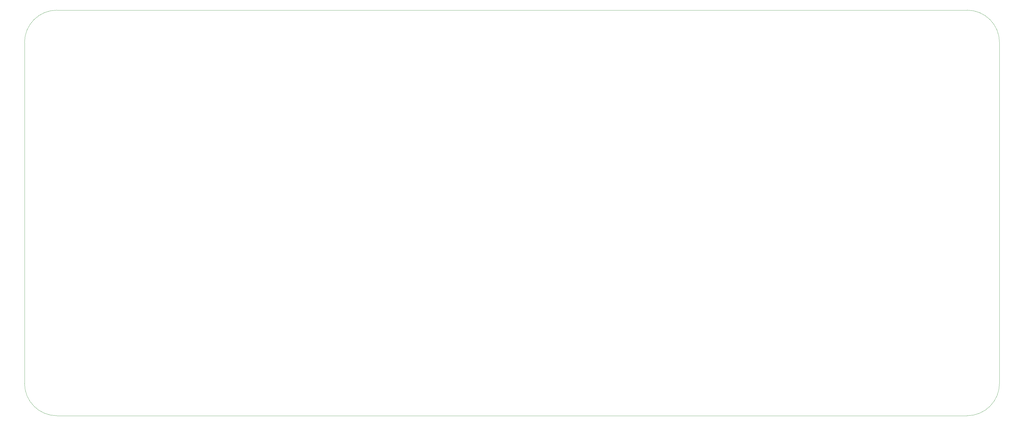
<source format=gm1>
G04 #@! TF.GenerationSoftware,KiCad,Pcbnew,(6.0.7)*
G04 #@! TF.CreationDate,2023-01-13T02:25:48-06:00*
G04 #@! TF.ProjectId,OpenRectangle,4f70656e-5265-4637-9461-6e676c652e6b,rev?*
G04 #@! TF.SameCoordinates,Original*
G04 #@! TF.FileFunction,Profile,NP*
%FSLAX46Y46*%
G04 Gerber Fmt 4.6, Leading zero omitted, Abs format (unit mm)*
G04 Created by KiCad (PCBNEW (6.0.7)) date 2023-01-13 02:25:48*
%MOMM*%
%LPD*%
G01*
G04 APERTURE LIST*
G04 #@! TA.AperFunction,Profile*
%ADD10C,0.100000*%
G04 #@! TD*
G04 APERTURE END LIST*
D10*
X40380000Y-166620000D02*
X357010000Y-166620000D01*
X357010000Y-25400000D02*
X40380000Y-25400000D01*
X29130000Y-36650000D02*
X29130000Y-155370000D01*
X368260000Y-36650000D02*
X368260000Y-155370000D01*
X368260000Y-36650000D02*
G75*
G03*
X357010000Y-25400000I-11250000J0D01*
G01*
X29130000Y-155370000D02*
G75*
G03*
X40380000Y-166620000I11250000J0D01*
G01*
X40380000Y-25400000D02*
G75*
G03*
X29130000Y-36650000I0J-11250000D01*
G01*
X357010000Y-166620000D02*
G75*
G03*
X368260000Y-155370000I0J11250000D01*
G01*
M02*

</source>
